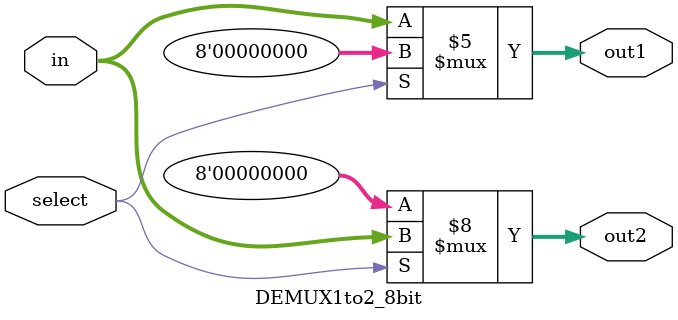
<source format=v>
module DEMUX1to2_8bit (in,select,out1,out2);

parameter N = 8; // default width
input select;
input [N-1:0] in;
output reg [N-1:0] out1, out2;
always @(select or in) 
begin
 if (select == 1) out2 = in; else out2 = {N{1'b0}};
 if (select == 0) out1 = in; else out1 = {N{1'b0}};
end


endmodule
</source>
